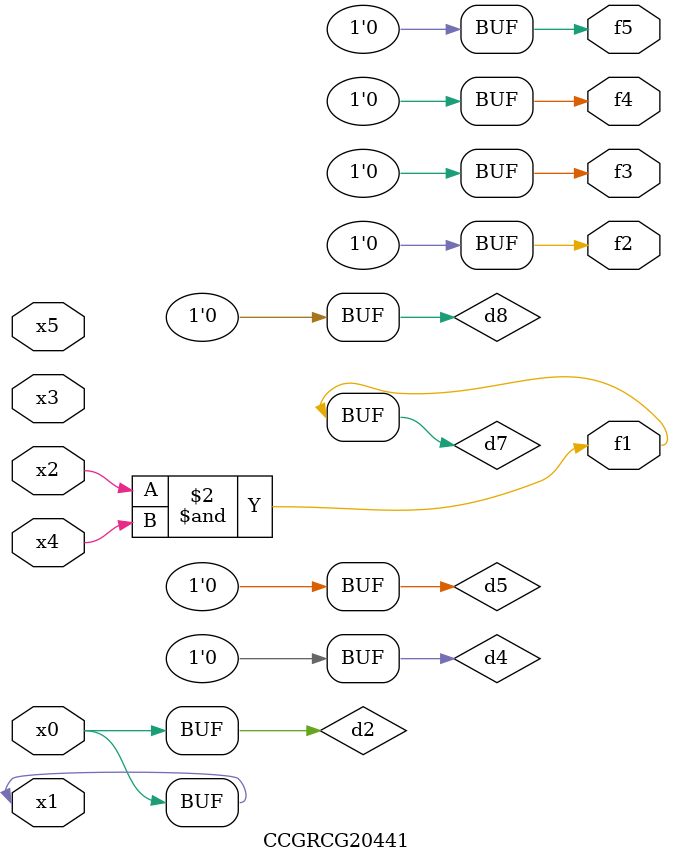
<source format=v>
module CCGRCG20441(
	input x0, x1, x2, x3, x4, x5,
	output f1, f2, f3, f4, f5
);

	wire d1, d2, d3, d4, d5, d6, d7, d8, d9;

	nand (d1, x1);
	buf (d2, x0, x1);
	nand (d3, x2, x4);
	and (d4, d1, d2);
	and (d5, d1, d2);
	nand (d6, d1, d3);
	not (d7, d3);
	xor (d8, d5);
	nor (d9, d5, d6);
	assign f1 = d7;
	assign f2 = d8;
	assign f3 = d8;
	assign f4 = d8;
	assign f5 = d8;
endmodule

</source>
